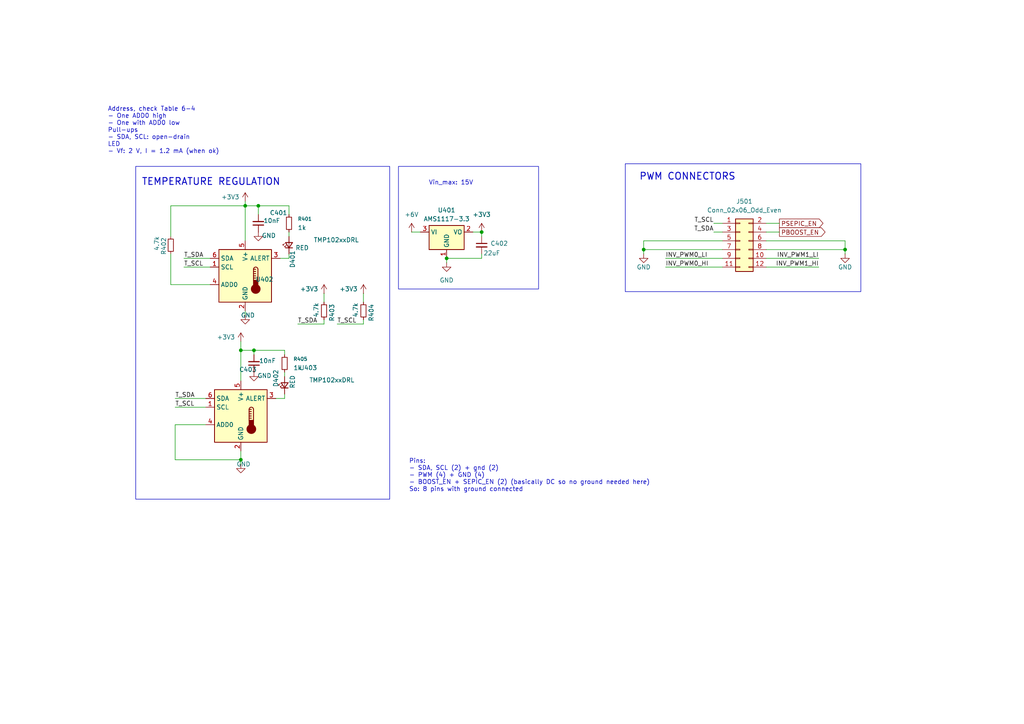
<source format=kicad_sch>
(kicad_sch (version 20250114) (generator "eeschema") (generator_version "9.0")
  (paper "A4")
  (lib_symbols
    (symbol "Connector_Generic:Conn_02x06_Odd_Even" (pin_names (offset 1.016) (hide yes))
      (property "Reference" "J" (at 1.27 7.62 0))
      (property "Value" "Conn_02x06_Odd_Even" (at 1.27 -10.16 0))
      (symbol "Conn_02x06_Odd_Even_1_1"
        (rectangle (start -1.27 6.35) (end 3.81 -8.89) (stroke (width 0.254)) (fill (type background)))
        (rectangle (start -1.27 5.207) (end 0 4.953) (stroke (width 0.1524)))
        (rectangle (start -1.27 2.667) (end 0 2.413) (stroke (width 0.1524)))
        (rectangle (start -1.27 0.127) (end 0 -0.127) (stroke (width 0.1524)))
        (rectangle (start -1.27 -2.413) (end 0 -2.667) (stroke (width 0.1524)))
        (rectangle (start -1.27 -4.953) (end 0 -5.207) (stroke (width 0.1524)))
        (rectangle (start -1.27 -7.493) (end 0 -7.747) (stroke (width 0.1524)))
        (rectangle (start 3.81 5.207) (end 2.54 4.953) (stroke (width 0.1524)))
        (rectangle (start 3.81 2.667) (end 2.54 2.413) (stroke (width 0.1524)))
        (rectangle (start 3.81 0.127) (end 2.54 -0.127) (stroke (width 0.1524)))
        (rectangle (start 3.81 -2.413) (end 2.54 -2.667) (stroke (width 0.1524)))
        (rectangle (start 3.81 -4.953) (end 2.54 -5.207) (stroke (width 0.1524)))
        (rectangle (start 3.81 -7.493) (end 2.54 -7.747) (stroke (width 0.1524)))
        (pin passive line (at -5.08 5.08 0) (length 3.81) (name "Pin_1") (number "1"))
        (pin passive line (at -5.08 2.54 0) (length 3.81) (name "Pin_3") (number "3"))
        (pin passive line (at -5.08 0 0) (length 3.81) (name "Pin_5") (number "5"))
        (pin passive line (at -5.08 -2.54 0) (length 3.81) (name "Pin_7") (number "7"))
        (pin passive line (at -5.08 -5.08 0) (length 3.81) (name "Pin_9") (number "9"))
        (pin passive line (at -5.08 -7.62 0) (length 3.81) (name "Pin_11") (number "11"))
        (pin passive line (at 7.62 5.08 180) (length 3.81) (name "Pin_2") (number "2"))
        (pin passive line (at 7.62 2.54 180) (length 3.81) (name "Pin_4") (number "4"))
        (pin passive line (at 7.62 0 180) (length 3.81) (name "Pin_6") (number "6"))
        (pin passive line (at 7.62 -2.54 180) (length 3.81) (name "Pin_8") (number "8"))
        (pin passive line (at 7.62 -5.08 180) (length 3.81) (name "Pin_10") (number "10"))
        (pin passive line (at 7.62 -7.62 180) (length 3.81) (name "Pin_12") (number "12"))
      )
    )
    (symbol "Device:C_Small" (pin_numbers (hide yes)) (pin_names (offset 0.254) (hide yes))
      (property "Reference" "C" (at 0.254 1.778 0))
      (property "Value" "C_Small" (at 0.254 -2.032 0))
      (symbol "C_Small_0_1"
        (polyline (pts (xy -1.524 0.508) (xy 1.524 0.508)) (stroke (width 0.3048)))
        (polyline (pts (xy -1.524 -0.508) (xy 1.524 -0.508)) (stroke (width 0.3302)))
      )
      (symbol "C_Small_1_1"
        (pin passive line (at 0 2.54 270) (length 2.032) (name "~") (number "1"))
        (pin passive line (at 0 -2.54 90) (length 2.032) (name "~") (number "2"))
      )
    )
    (symbol "Device:LED_Small" (pin_numbers (hide yes)) (pin_names (offset 0.254) (hide yes))
      (property "Reference" "D" (at -1.27 3.175 0))
      (property "Value" "LED_Small" (at -4.445 -2.54 0))
      (symbol "LED_Small_0_1"
        (polyline (pts (xy -0.762 -1.016) (xy -0.762 1.016)) (stroke (width 0.254)))
        (polyline (pts (xy 0 0.762) (xy -0.508 1.27) (xy -0.254 1.27) (xy -0.508 1.27) (xy -0.508 1.016)))
        (polyline (pts (xy 0.508 1.27) (xy 0 1.778) (xy 0.254 1.778) (xy 0 1.778) (xy 0 1.524)))
        (polyline (pts (xy 0.762 -1.016) (xy -0.762 0) (xy 0.762 1.016) (xy 0.762 -1.016)) (stroke (width 0.254)))
        (polyline (pts (xy 1.016 0) (xy -0.762 0)))
      )
      (symbol "LED_Small_1_1"
        (pin passive line (at -2.54 0 0) (length 1.778) (name "K") (number "1"))
        (pin passive line (at 2.54 0 180) (length 1.778) (name "A") (number "2"))
      )
    )
    (symbol "Device:R_Small" (pin_numbers (hide yes)) (pin_names (offset 0.254) (hide yes))
      (property "Reference" "R" (at 0 0 90))
      (property "Value" "R_Small" (at 1.778 0 90))
      (symbol "R_Small_0_1"
        (rectangle (start -0.762 1.778) (end 0.762 -1.778) (stroke (width 0.2032)))
      )
      (symbol "R_Small_1_1"
        (pin passive line (at 0 2.54 270) (length 0.762) (name "~") (number "1"))
        (pin passive line (at 0 -2.54 90) (length 0.762) (name "~") (number "2"))
      )
    )
    (symbol "Regulator_Linear:AMS1117-3.3"
      (property "Reference" "U" (at -3.81 3.175 0))
      (property "Value" "AMS1117-3.3" (at 0 3.175 0))
      (symbol "AMS1117-3.3_0_1"
        (rectangle (start -5.08 -5.08) (end 5.08 1.905) (stroke (width 0.254)) (fill (type background)))
      )
      (symbol "AMS1117-3.3_1_1"
        (pin power_in line (at -7.62 0 0) (length 2.54) (name "VI") (number "3"))
        (pin power_in line (at 0 -7.62 90) (length 2.54) (name "GND") (number "1"))
        (pin power_out line (at 7.62 0 180) (length 2.54) (name "VO") (number "2"))
      )
    )
    (symbol "Sensor_Temperature:TMP102xxDRL"
      (property "Reference" "U" (at -2.54 10.795 0))
      (property "Value" "TMP102xxDRL" (at -2.54 8.89 0))
      (symbol "TMP102xxDRL_0_1"
        (rectangle (start -7.62 7.62) (end 7.62 -7.62) (stroke (width 0.254)) (fill (type background)))
      )
      (symbol "TMP102xxDRL_1_1"
        (polyline (pts (xy 2.413 1.905) (xy 2.413 -1.27)) (stroke (width 0.254)))
        (polyline (pts (xy 2.413 1.905) (xy 3.048 1.905)) (stroke (width 0.254)))
        (polyline (pts (xy 2.413 1.27) (xy 3.048 1.27)) (stroke (width 0.254)))
        (polyline (pts (xy 2.413 0.635) (xy 3.048 0.635)) (stroke (width 0.254)))
        (polyline (pts (xy 2.413 0) (xy 3.048 0)) (stroke (width 0.254)))
        (polyline (pts (xy 2.413 -0.635) (xy 3.048 -0.635)) (stroke (width 0.254)))
        (arc (start 2.413 1.905) (mid 3.048 2.5373) (end 3.683 1.905) (stroke (width 0.254)))
        (circle (center 3.048 -3.81) (radius 1.27) (stroke (width 0.254)) (fill (type outline)))
        (polyline (pts (xy 3.683 1.905) (xy 3.683 -1.27)) (stroke (width 0.254)))
        (rectangle (start 3.683 -3.175) (end 2.413 -1.27) (stroke (width 0.254)) (fill (type outline)))
        (pin bidirectional line (at -10.16 5.08 0) (length 2.54) (name "SDA") (number "6"))
        (pin input line (at -10.16 2.54 0) (length 2.54) (name "SCL") (number "1"))
        (pin input line (at -10.16 -2.54 0) (length 2.54) (name "ADD0") (number "4"))
        (pin power_in line (at 0 10.16 270) (length 2.54) (name "V+") (number "5"))
        (pin power_in line (at 0 -10.16 90) (length 2.54) (name "GND") (number "2"))
        (pin open_collector line (at 10.16 5.08 180) (length 2.54) (name "ALERT") (number "3"))
      )
    )
    (symbol "power:+3V3" (power) (pin_numbers (hide yes)) (pin_names (offset 0) (hide yes))
      (property "Value" "+3V3" (at 0 3.556 0))
      (symbol "+3V3_0_1"
        (polyline (pts (xy -0.762 1.27) (xy 0 2.54)))
        (polyline (pts (xy 0 2.54) (xy 0.762 1.27)))
        (polyline (pts (xy 0 0) (xy 0 2.54)))
      )
      (symbol "+3V3_1_1"
        (pin power_in line (at 0 0 90) (length 0) (name "~") (number "1"))
      )
    )
    (symbol "power:+6V" (power) (pin_numbers (hide yes)) (pin_names (offset 0) (hide yes))
      (property "Value" "+6V" (at 0 3.556 0))
      (symbol "+6V_0_1"
        (polyline (pts (xy -0.762 1.27) (xy 0 2.54)))
        (polyline (pts (xy 0 2.54) (xy 0.762 1.27)))
        (polyline (pts (xy 0 0) (xy 0 2.54)))
      )
      (symbol "+6V_1_1"
        (pin power_in line (at 0 0 90) (length 0) (name "~") (number "1"))
      )
    )
    (symbol "power:GND" (power) (pin_numbers (hide yes)) (pin_names (offset 0) (hide yes))
      (property "Value" "GND" (at 0 -3.81 0))
      (symbol "GND_0_1"
        (polyline (pts (xy 0 0) (xy 0 -1.27) (xy 1.27 -1.27) (xy 0 -2.54) (xy -1.27 -1.27) (xy 0 -1.27)))
      )
      (symbol "GND_1_1"
        (pin power_in line (at 0 0 270) (length 0) (name "~") (number "1"))
      )
    )
  )
  (rectangle (start 39.37 48.26) (end 113.03 144.78))
  (rectangle (start 115.57 48.26) (end 156.21 83.82))
  (rectangle (start 181.356 47.498) (end 249.682 84.582))
  (text "Vin_max: 15V" (at 130.81 53.086 0) (effects (font (size 1.27 1.27))))
  (text "Address, check Table 6-4\n- One ADD0 high\n- One with ADD0 low\nPull-ups\n- SDA, SCL: open-drain\nLED\n- Vf: 2 V, I = 1.2 mA (when ok)" (at 31.242 37.846 0) (effects (font (size 1.27 1.27)) (justify left)))
  (text "PWM CONNECTORS" (at 199.39 51.308 0) (effects (font (size 2 2) (thickness 0.254) (bold yes))))
  (text "TEMPERATURE REGULATION" (at 61.214 52.832 0) (effects (font (size 2 2) (thickness 0.254) (bold yes))))
  (text "Pins:\n- SDA, SCL (2) + gnd (2)\n- PWM (4) + GND (4)\n- BOOST_EN + SEPIC_EN (2) (basically DC so no ground needed here)\nSo: 8 pins with ground connected" (at 118.618 137.922 0) (effects (font (size 1.27 1.27)) (justify left)))
  (junction (at 129.54 74.93))
  (junction (at 74.93 59.69))
  (junction (at 71.12 59.69))
  (junction (at 73.66 101.6))
  (junction (at 69.85 101.6))
  (junction (at 245.11 72.39))
  (junction (at 69.85 133.35))
  (junction (at 139.7 67.31))
  (junction (at 186.69 72.39))
  (wire (pts (xy 49.53 82.55) (xy 60.96 82.55)))
  (wire (pts (xy 83.82 62.23) (xy 83.82 59.69)))
  (wire (pts (xy 139.7 68.58) (xy 139.7 67.31)))
  (wire (pts (xy 71.12 59.69) (xy 74.93 59.69)))
  (wire (pts (xy 119.38 67.31) (xy 121.92 67.31)))
  (wire (pts (xy 237.49 77.47) (xy 222.25 77.47)))
  (wire (pts (xy 82.55 114.3) (xy 82.55 115.57)))
  (wire (pts (xy 129.54 74.93) (xy 129.54 76.2)))
  (wire (pts (xy 69.85 101.6) (xy 73.66 101.6)))
  (wire (pts (xy 83.82 74.93) (xy 81.28 74.93)))
  (wire (pts (xy 105.41 85.09) (xy 105.41 87.63)))
  (wire (pts (xy 69.85 99.06) (xy 69.85 101.6)))
  (wire (pts (xy 69.85 101.6) (xy 69.85 110.49)))
  (wire (pts (xy 71.12 90.17) (xy 71.12 91.44)))
  (wire (pts (xy 86.36 93.98) (xy 93.98 93.98)))
  (wire (pts (xy 105.41 93.98) (xy 105.41 92.71)))
  (wire (pts (xy 193.04 74.93) (xy 209.55 74.93)))
  (wire (pts (xy 71.12 59.69) (xy 71.12 69.85)))
  (wire (pts (xy 186.69 73.66) (xy 186.69 72.39)))
  (wire (pts (xy 53.34 74.93) (xy 60.96 74.93)))
  (wire (pts (xy 50.8 115.57) (xy 59.69 115.57)))
  (wire (pts (xy 69.85 133.35) (xy 69.85 134.62)))
  (wire (pts (xy 82.55 101.6) (xy 73.66 101.6)))
  (wire (pts (xy 139.7 74.93) (xy 129.54 74.93)))
  (wire (pts (xy 71.12 58.42) (xy 71.12 59.69)))
  (wire (pts (xy 73.66 102.87) (xy 73.66 101.6)))
  (wire (pts (xy 209.55 72.39) (xy 186.69 72.39)))
  (wire (pts (xy 83.82 59.69) (xy 74.93 59.69)))
  (wire (pts (xy 226.06 67.31) (xy 222.25 67.31)))
  (wire (pts (xy 83.82 68.58) (xy 83.82 67.31)))
  (wire (pts (xy 186.69 69.85) (xy 186.69 72.39)))
  (wire (pts (xy 207.01 67.31) (xy 209.55 67.31)))
  (wire (pts (xy 83.82 73.66) (xy 83.82 74.93)))
  (wire (pts (xy 222.25 72.39) (xy 245.11 72.39)))
  (wire (pts (xy 93.98 93.98) (xy 93.98 92.71)))
  (wire (pts (xy 50.8 133.35) (xy 69.85 133.35)))
  (wire (pts (xy 222.25 69.85) (xy 245.11 69.85)))
  (wire (pts (xy 49.53 68.58) (xy 49.53 59.69)))
  (wire (pts (xy 82.55 115.57) (xy 80.01 115.57)))
  (wire (pts (xy 137.16 67.31) (xy 139.7 67.31)))
  (wire (pts (xy 59.69 123.19) (xy 50.8 123.19)))
  (wire (pts (xy 222.25 64.77) (xy 226.06 64.77)))
  (wire (pts (xy 49.53 59.69) (xy 71.12 59.69)))
  (wire (pts (xy 245.11 69.85) (xy 245.11 72.39)))
  (wire (pts (xy 97.79 93.98) (xy 105.41 93.98)))
  (wire (pts (xy 207.01 64.77) (xy 209.55 64.77)))
  (wire (pts (xy 193.04 77.47) (xy 209.55 77.47)))
  (wire (pts (xy 74.93 59.69) (xy 74.93 62.23)))
  (wire (pts (xy 82.55 109.22) (xy 82.55 107.95)))
  (wire (pts (xy 245.11 73.66) (xy 245.11 72.39)))
  (wire (pts (xy 50.8 123.19) (xy 50.8 133.35)))
  (wire (pts (xy 93.98 85.09) (xy 93.98 87.63)))
  (wire (pts (xy 82.55 101.6) (xy 82.55 102.87)))
  (wire (pts (xy 53.34 77.47) (xy 60.96 77.47)))
  (wire (pts (xy 50.8 118.11) (xy 59.69 118.11)))
  (wire (pts (xy 222.25 74.93) (xy 237.49 74.93)))
  (wire (pts (xy 139.7 73.66) (xy 139.7 74.93)))
  (wire (pts (xy 49.53 73.66) (xy 49.53 82.55)))
  (wire (pts (xy 69.85 130.81) (xy 69.85 133.35)))
  (wire (pts (xy 209.55 69.85) (xy 186.69 69.85)))
  (label "INV_PWM1_HI" (at 237.49 77.47 180))
  (label "INV_PWM0_HI" (at 193.04 77.47 0))
  (label "T_SDA" (at 53.34 74.93 0))
  (label "T_SCL" (at 50.8 118.11 0))
  (label "T_SDA" (at 207.01 67.31 180))
  (label "INV_PWM1_LI" (at 237.49 74.93 180))
  (label "T_SCL" (at 97.79 93.98 0))
  (label "T_SCL" (at 207.01 64.77 180))
  (label "INV_PWM0_LI" (at 193.04 74.93 0))
  (label "T_SDA" (at 50.8 115.57 0))
  (label "T_SCL" (at 53.34 77.47 0))
  (label "T_SDA" (at 86.36 93.98 0))
  (global_label "PBOOST_EN" (shape output) (at 226.06 67.31 0) (property "Intersheetrefs" "${INTERSHEET_REFS}" (effects (hide yes))))
  (global_label "PSEPIC_EN" (shape output) (at 226.06 64.77 0) (property "Intersheetrefs" "${INTERSHEET_REFS}" (effects (hide yes))))
  (symbol (lib_id "power:+3V3") (at 71.12 58.42 0) (unit 1)
    (property "Reference" "#PWR0401" (effects (hide yes)))
    (property "Value" "+3V3" (at 66.802 57.15 0))
    (property "Description" "Power symbol creates a global label with name \"+3V3\"" (effects (hide yes)))
  )
  (symbol (lib_id "power:GND") (at 245.11 73.66 0) (unit 1)
    (property "Reference" "#PWR0502" (effects (hide yes)))
    (property "Value" "GND" (at 245.11 77.47 0))
    (property "Description" "Power symbol creates a global label with name \"GND\" , ground" (effects (hide yes)))
  )
  (symbol (lib_id "Device:R_Small") (at 82.55 105.41 180) (unit 1)
    (property "Reference" "R405" (at 85.09 104.1399 0) (effects (font (size 1.016 1.016)) (justify right)))
    (property "Value" "1k" (at 85.09 106.6799 0) (effects (justify right)))
    (property "Footprint" "Resistor_SMD:R_0402_1005Metric" (effects (hide yes)))
    (property "Datasheet" "https://jlcpcb.com/api/file/downloadByFileSystemAccessId/8579705924167974912" (effects (hide yes)))
    (property "Description" "Resistor, small symbol" (effects (hide yes)))
    (property "MPN" "0402WGF1001TCE" (effects (hide yes)))
    (property "LPN" "C11702" (effects (hide yes)))
  )
  (symbol (lib_id "Device:R_Small") (at 83.82 64.77 180) (unit 1)
    (property "Reference" "R401" (at 86.36 63.4999 0) (effects (font (size 1.016 1.016)) (justify right)))
    (property "Value" "1k" (at 86.36 66.0399 0) (effects (justify right)))
    (property "Footprint" "Resistor_SMD:R_0402_1005Metric" (effects (hide yes)))
    (property "Datasheet" "https://jlcpcb.com/api/file/downloadByFileSystemAccessId/8579705924167974912" (effects (hide yes)))
    (property "Description" "Resistor, small symbol" (effects (hide yes)))
    (property "MPN" "0402WGF1001TCE" (effects (hide yes)))
    (property "LPN" "C11702" (effects (hide yes)))
  )
  (symbol (lib_id "Device:C_Small") (at 74.93 64.77 180) (unit 1)
    (property "Reference" "C401" (at 78.232 61.722 0) (effects (justify right)))
    (property "Value" "10nF" (at 81.28 64.008 0) (effects (justify left)))
    (property "Footprint" "Capacitor_SMD:C_0402_1005Metric" (effects (hide yes)))
    (property "Description" "Unpolarized capacitor, small symbol" (effects (hide yes)))
    (property "LCSC Part Number" "C15195" (effects (hide yes)))
  )
  (symbol (lib_id "power:GND") (at 73.66 107.95 0) (unit 1)
    (property "Reference" "#PWR0410" (effects (hide yes)))
    (property "Value" "GND" (at 76.708 108.966 0))
    (property "Description" "Power symbol creates a global label with name \"GND\" , ground" (effects (hide yes)))
  )
  (symbol (lib_id "Connector_Generic:Conn_02x06_Odd_Even") (at 214.63 69.85 0) (unit 1)
    (property "Reference" "J501" (at 215.9 58.42 0))
    (property "Value" "Conn_02x06_Odd_Even" (at 215.9 60.96 0))
    (property "Footprint" "Connector_PinHeader_2.54mm:PinHeader_2x06_P2.54mm_Horizontal" (effects (hide yes)))
    (property "Description" "Generic connector, double row, 02x06, odd/even pin numbering scheme (row 1 odd numbers, row 2 even numbers), script generated (kicad-library-utils/schlib/autogen/connector/)" (effects (hide yes)))
  )
  (symbol (lib_id "Device:LED_Small") (at 83.82 71.12 90) (unit 1)
    (property "Reference" "D401" (at 84.836 75.184 0))
    (property "Value" "RED" (at 87.63 71.882 90))
    (property "Footprint" "Diode_SMD:D_0603_1608Metric" (effects (hide yes)))
    (property "Datasheet" "https://jlcpcb.com/api/file/downloadByFileSystemAccessId/8550723991833485312" (effects (hide yes)))
    (property "Description" "Light emitting diode, small symbol" (effects (hide yes)))
    (property "Sim.Pin" "1=K 2=A" (effects (hide yes)))
    (property "LPN" "C2286" (effects (hide yes)))
    (property "MPN" "KT-0603R " (effects (hide yes)))
  )
  (symbol (lib_id "Device:R_Small") (at 49.53 71.12 180) (unit 1)
    (property "Reference" "R402" (at 47.498 68.834 90) (effects (justify left)))
    (property "Value" "4.7k" (at 45.466 70.612 90))
    (property "Footprint" "Resistor_SMD:R_0402_1005Metric" (effects (hide yes)))
    (property "Description" "Resistor, small symbol" (effects (hide yes)))
    (property "LPN" "0402WGF4701TCE" (effects (hide yes)))
    (property "MPN" "C25900" (effects (hide yes)))
  )
  (symbol (lib_id "Regulator_Linear:AMS1117-3.3") (at 129.54 67.31 0) (unit 1)
    (property "Reference" "U401" (at 129.54 60.96 0))
    (property "Value" "AMS1117-3.3" (at 129.54 63.5 0))
    (property "Footprint" "Package_TO_SOT_SMD:SOT-223-3_TabPin2" (effects (hide yes)))
    (property "Datasheet" "http://www.advanced-monolithic.com/pdf/ds1117.pdf" (effects (hide yes)))
    (property "Description" "1A Low Dropout regulator, positive, 3.3V fixed output, SOT-223" (effects (hide yes)))
    (property "LPN" "C6186" (effects (hide yes)))
    (property "MPN" "AMS1117-3.3 " (effects (hide yes)))
  )
  (symbol (lib_id "power:+3V3") (at 93.98 85.09 0) (unit 1)
    (property "Reference" "#PWR0406" (effects (hide yes)))
    (property "Value" "+3V3" (at 89.662 83.82 0))
    (property "Description" "Power symbol creates a global label with name \"+3V3\"" (effects (hide yes)))
  )
  (symbol (lib_id "power:+6V") (at 119.38 67.31 0) (unit 1)
    (property "Reference" "#PWR0403" (effects (hide yes)))
    (property "Value" "+6V" (at 119.38 62.23 0))
    (property "Description" "Power symbol creates a global label with name \"+6V\"" (effects (hide yes)))
  )
  (symbol (lib_id "power:+3V3") (at 139.7 67.31 0) (unit 1)
    (property "Reference" "#PWR0404" (effects (hide yes)))
    (property "Value" "+3V3" (at 139.7 62.23 0))
    (property "Description" "Power symbol creates a global label with name \"+3V3\"" (effects (hide yes)))
  )
  (symbol (lib_id "Device:R_Small") (at 93.98 90.17 180) (unit 1)
    (property "Reference" "R403" (at 96.266 88.138 90) (effects (justify left)))
    (property "Value" "4.7k" (at 91.694 89.916 90))
    (property "Footprint" "Resistor_SMD:R_0402_1005Metric" (effects (hide yes)))
    (property "Description" "Resistor, small symbol" (effects (hide yes)))
    (property "LPN" "0402WGF4701TCE" (effects (hide yes)))
    (property "MPN" "C25900" (effects (hide yes)))
  )
  (symbol (lib_id "power:GND") (at 74.93 67.31 0) (unit 1)
    (property "Reference" "#PWR0402" (effects (hide yes)))
    (property "Value" "GND" (at 77.978 68.326 0))
    (property "Description" "Power symbol creates a global label with name \"GND\" , ground" (effects (hide yes)))
  )
  (symbol (lib_id "power:GND") (at 71.12 91.44 0) (unit 1)
    (property "Reference" "#PWR0408" (effects (hide yes)))
    (property "Value" "GND" (at 69.85 91.4399 0) (effects (justify left)))
    (property "Description" "Power symbol creates a global label with name \"GND\" , ground" (effects (hide yes)))
  )
  (symbol (lib_id "power:+3V3") (at 69.85 99.06 0) (unit 1)
    (property "Reference" "#PWR0409" (effects (hide yes)))
    (property "Value" "+3V3" (at 65.532 97.79 0))
    (property "Description" "Power symbol creates a global label with name \"+3V3\"" (effects (hide yes)))
  )
  (symbol (lib_id "power:GND") (at 129.54 76.2 0) (unit 1)
    (property "Reference" "#PWR0405" (effects (hide yes)))
    (property "Value" "GND" (at 129.54 81.28 0))
    (property "Description" "Power symbol creates a global label with name \"GND\" , ground" (effects (hide yes)))
  )
  (symbol (lib_id "Sensor_Temperature:TMP102xxDRL") (at 71.12 80.01 0) (unit 1)
    (property "Reference" "U402" (at 76.708 81.026 0))
    (property "Value" "TMP102xxDRL" (at 97.536 69.596 0))
    (property "Footprint" "Package_TO_SOT_SMD:SOT-563" (effects (hide yes)))
    (property "Datasheet" "https://www.ti.com/lit/ds/symlink/tmp102.pdf?ts=1748100536041&ref_url=https%253A%252F%252Fwww.google.com%252F" (effects (hide yes)))
    (property "Description" "Digital Temperature Sensor, ±3°C, low-Power, SMBus, 12 bit, Two-Wire Serial Interface, SOT-563" (effects (hide yes)))
    (property "LPN" "C99269" (effects (hide yes)))
    (property "MPN" "TMP102AIDRLR" (effects (hide yes)))
  )
  (symbol (lib_id "power:GND") (at 186.69 73.66 0) (mirror y) (unit 1)
    (property "Reference" "#PWR0501" (effects (hide yes)))
    (property "Value" "GND" (at 186.69 77.47 0))
    (property "Description" "Power symbol creates a global label with name \"GND\" , ground" (effects (hide yes)))
  )
  (symbol (lib_id "power:GND") (at 69.85 134.62 0) (unit 1)
    (property "Reference" "#PWR0411" (effects (hide yes)))
    (property "Value" "GND" (at 68.58 134.6199 0) (effects (justify left)))
    (property "Description" "Power symbol creates a global label with name \"GND\" , ground" (effects (hide yes)))
  )
  (symbol (lib_id "power:+3V3") (at 105.41 85.09 0) (unit 1)
    (property "Reference" "#PWR0407" (effects (hide yes)))
    (property "Value" "+3V3" (at 101.092 83.82 0))
    (property "Description" "Power symbol creates a global label with name \"+3V3\"" (effects (hide yes)))
  )
  (symbol (lib_id "Device:LED_Small") (at 82.55 111.76 90) (unit 1)
    (property "Reference" "D402" (at 80.01 109.728 0))
    (property "Value" "RED" (at 84.836 110.744 0))
    (property "Footprint" "Diode_SMD:D_0603_1608Metric" (effects (hide yes)))
    (property "Datasheet" "https://jlcpcb.com/api/file/downloadByFileSystemAccessId/8550723991833485312" (effects (hide yes)))
    (property "Description" "Light emitting diode, small symbol" (effects (hide yes)))
    (property "Sim.Pin" "1=K 2=A" (effects (hide yes)))
    (property "LPN" "C2286" (effects (hide yes)))
    (property "MPN" "KT-0603R " (effects (hide yes)))
  )
  (symbol (lib_id "Device:C_Small") (at 139.7 71.12 0) (unit 1)
    (property "Reference" "C402" (at 142.24 70.612 0) (effects (justify left)))
    (property "Value" "22uF" (at 140.208 73.406 0) (effects (justify left)))
    (property "Footprint" "Capacitor_SMD:C_0805_2012Metric" (effects (hide yes)))
    (property "Datasheet" "https://jlcpcb.com/api/file/downloadByFileSystemAccessId/8579706866429190144" (effects (hide yes)))
    (property "Description" "X5R, 25V" (effects (hide yes)))
    (property "LPN" "C45783" (effects (hide yes)))
    (property "MPN" "CL21A226MAQNNNE" (effects (hide yes)))
  )
  (symbol (lib_id "Sensor_Temperature:TMP102xxDRL") (at 69.85 120.65 0) (unit 1)
    (property "Reference" "U403" (at 89.408 106.68 0))
    (property "Value" "TMP102xxDRL" (at 96.266 110.236 0))
    (property "Footprint" "Package_TO_SOT_SMD:SOT-563" (effects (hide yes)))
    (property "Datasheet" "https://www.ti.com/lit/ds/symlink/tmp102.pdf?ts=1748100536041&ref_url=https%253A%252F%252Fwww.google.com%252F" (effects (hide yes)))
    (property "Description" "Digital Temperature Sensor, ±3°C, low-Power, SMBus, 12 bit, Two-Wire Serial Interface, SOT-563" (effects (hide yes)))
    (property "LPN" "C99269" (effects (hide yes)))
    (property "MPN" "TMP102AIDRLR" (effects (hide yes)))
  )
  (symbol (lib_id "Device:R_Small") (at 105.41 90.17 180) (unit 1)
    (property "Reference" "R404" (at 107.696 88.138 90) (effects (justify left)))
    (property "Value" "4.7k" (at 103.124 89.916 90))
    (property "Footprint" "Resistor_SMD:R_0402_1005Metric" (effects (hide yes)))
    (property "Description" "Resistor, small symbol" (effects (hide yes)))
    (property "LPN" "0402WGF4701TCE" (effects (hide yes)))
    (property "MPN" "C25900" (effects (hide yes)))
  )
  (symbol (lib_id "Device:C_Small") (at 73.66 105.41 180) (unit 1)
    (property "Reference" "C403" (at 69.342 107.188 0) (effects (justify right)))
    (property "Value" "10nF" (at 80.01 104.648 0) (effects (justify left)))
    (property "Footprint" "Capacitor_SMD:C_0402_1005Metric" (effects (hide yes)))
    (property "Description" "Unpolarized capacitor, small symbol" (effects (hide yes)))
    (property "LCSC Part Number" "C15195" (effects (hide yes)))
  )
)
</source>
